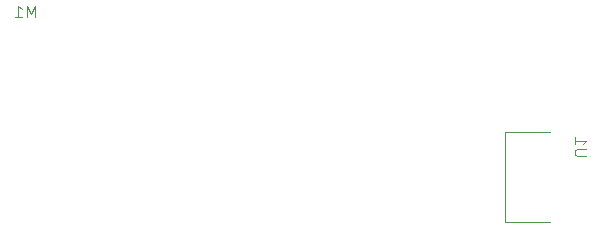
<source format=gbr>
%TF.GenerationSoftware,KiCad,Pcbnew,7.0.10*%
%TF.CreationDate,2024-02-04T14:41:23-08:00*%
%TF.ProjectId,514final,35313466-696e-4616-9c2e-6b696361645f,rev?*%
%TF.SameCoordinates,Original*%
%TF.FileFunction,Legend,Bot*%
%TF.FilePolarity,Positive*%
%FSLAX46Y46*%
G04 Gerber Fmt 4.6, Leading zero omitted, Abs format (unit mm)*
G04 Created by KiCad (PCBNEW 7.0.10) date 2024-02-04 14:41:23*
%MOMM*%
%LPD*%
G01*
G04 APERTURE LIST*
%ADD10C,0.100000*%
G04 APERTURE END LIST*
D10*
X207819523Y-103327419D02*
X207819523Y-102327419D01*
X207819523Y-102327419D02*
X207486190Y-103041704D01*
X207486190Y-103041704D02*
X207152857Y-102327419D01*
X207152857Y-102327419D02*
X207152857Y-103327419D01*
X206152857Y-103327419D02*
X206724285Y-103327419D01*
X206438571Y-103327419D02*
X206438571Y-102327419D01*
X206438571Y-102327419D02*
X206533809Y-102470276D01*
X206533809Y-102470276D02*
X206629047Y-102565514D01*
X206629047Y-102565514D02*
X206724285Y-102613133D01*
X254542580Y-115061904D02*
X253733057Y-115061904D01*
X253733057Y-115061904D02*
X253637819Y-115014285D01*
X253637819Y-115014285D02*
X253590200Y-114966666D01*
X253590200Y-114966666D02*
X253542580Y-114871428D01*
X253542580Y-114871428D02*
X253542580Y-114680952D01*
X253542580Y-114680952D02*
X253590200Y-114585714D01*
X253590200Y-114585714D02*
X253637819Y-114538095D01*
X253637819Y-114538095D02*
X253733057Y-114490476D01*
X253733057Y-114490476D02*
X254542580Y-114490476D01*
X253542580Y-113490476D02*
X253542580Y-114061904D01*
X253542580Y-113776190D02*
X254542580Y-113776190D01*
X254542580Y-113776190D02*
X254399723Y-113871428D01*
X254399723Y-113871428D02*
X254304485Y-113966666D01*
X254304485Y-113966666D02*
X254256866Y-114061904D01*
%TO.C,U1*%
X247650000Y-120650000D02*
X247650000Y-113030000D01*
X251460000Y-120650000D02*
X247650000Y-120650000D01*
X247650000Y-113030000D02*
X251460000Y-113030000D01*
%TD*%
M02*

</source>
